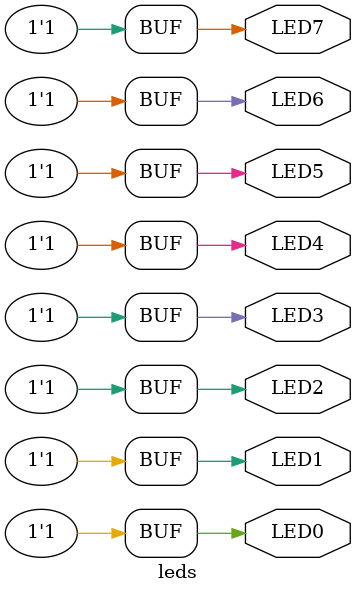
<source format=v>

module leds (
    output wire LED0,
    output wire LED1,
    output wire LED2,
    output wire LED3,
    output wire LED4,
    output wire LED5,
    output wire LED6,
    output wire LED7
);

  assign LED0 = 1'b1;
  assign LED1 = 1'b1;
  assign LED2 = 1'b1;
  assign LED3 = 1'b1;
  assign LED4 = 1'b1;
  assign LED5 = 1'b1;
  assign LED6 = 1'b1;
  assign LED7 = 1'b1;

endmodule

</source>
